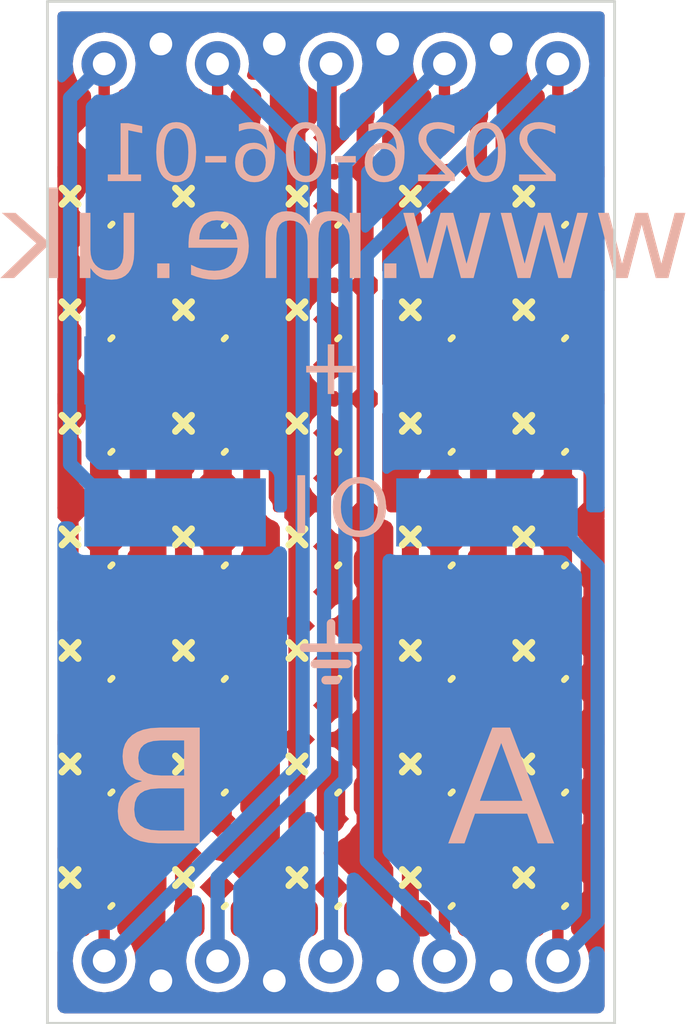
<source format=kicad_pcb>
(kicad_pcb (version 20221018) (generator pcbnew)
  (layers (0 "F.Cu" signal) (31 "B.Cu" signal) (34 "B.Paste" user) (35 "F.Paste" user) (36 "B.SilkS" user "B.Silkscreen") (37 "F.SilkS" user "F.Silkscreen") (38 "B.Mask" user) (39 "F.Mask" user) (44 "Edge.Cuts" user))
  (property "NAME1" "Name1")
  (property "NAME2" "Name2")
  (net 0 "")
  (net 1 "VCC")
  (net 2 "GND")
  (net 3 "Net-(D2-O)")
  (net 4 "Net-(D3-O)")
  (net 5 "Net-(D4-O)")
  (net 6 "Net-(D1-O)")
  (net 7 "Net-(D5-O)")
  (net 8 "Net-(D6-O)")
  (net 9 "Net-(D7-O)")
  (net 10 "Net-(D8-O)")
  (net 11 "Net-(D10-I)")
  (net 12 "Net-(D10-O)")
  (net 13 "Net-(D11-O)")
  (net 14 "Net-(D12-O)")
  (net 15 "Net-(D13-O)")
  (net 16 "Net-(D14-O)")
  (net 17 "Net-(D15-O)")
  (net 18 "Net-(D16-O)")
  (net 19 "Net-(D17-O)")
  (net 20 "Net-(D18-O)")
  (net 21 "Net-(D20-O)")
  (net 22 "Net-(D21-O)")
  (net 23 "Net-(D22-O)")
  (net 24 "Net-(D23-O)")
  (net 25 "Net-(D24-O)")
  (net 26 "Net-(D25-O)")
  (net 27 "Net-(D26-O)")
  (net 28 "Net-(D27-O)")
  (net 29 "Net-(D28-O)")
  (net 30 "Net-(D29-O)")
  (net 31 "Net-(D31-O)")
  (net 32 "Net-(D32-O)")
  (net 33 "Net-(D19-O)")
  (net 34 "Net-(D33-O)")
  (net 35 "Net-(D34-O)")
  (net 36 "Net-(D1-I)")
  (net 37 "Net-(D35-O)")
  (net 38 "Net-(D30-O)")
  (footprint "RevK:C_0402" (layer "F.Cu") (at 109 83.85)
    (fp_text reference "C9" hide)
    (fp_text value "330nF" hide)
    (pad "1" smd roundrect (at -0.5 0) (size 0.54 0.64) (layers "F.Cu" "F.Paste" "F.Mask") (net 1 "VCC"))
    (pad "2" smd roundrect (at 0.5 0) (size 0.54 0.64) (layers "F.Cu" "F.Paste" "F.Mask") (net 2 "GND"))
  )
  (footprint "RevK:SMD1010" (layer "F.Cu") (at 105 85 135)
    (fp_text reference "D15" hide)
    (fp_text value "XL-1010RGBC-WS2812B" hide)
    (pad "1" smd rect (at -0.425 -0.425 135) (size 0.45 0.45) (layers "F.Cu" "F.Paste" "F.Mask") (net 17 "Net-(D15-O)"))
    (pad "2" smd roundrect (at 0.425 -0.425 135) (size 0.45 0.45) (layers "F.Cu" "F.Paste" "F.Mask") (roundrect_rratio 0) (chamfer_ratio 0.3) (chamfer top_right) (net 1 "VCC"))
    (pad "3" smd roundrect (at -0.425 0.425 135) (size 0.45 0.45) (layers "F.Cu" "F.Paste" "F.Mask") (roundrect_rratio 0) (chamfer_ratio 0.3) (chamfer bottom_left) (net 2 "GND"))
    (pad "4" smd rect (at 0.425 0.425 135) (size 0.45 0.45) (layers "F.Cu" "F.Paste" "F.Mask") (net 16 "Net-(D14-O)"))
  )
  (footprint "RevK:SMD1010" (layer "F.Cu") (at 105 97 135)
    (fp_text reference "D21" hide)
    (fp_text value "XL-1010RGBC-WS2812B" hide)
    (pad "1" smd rect (at -0.425 -0.425 135) (size 0.45 0.45) (layers "F.Cu" "F.Paste" "F.Mask") (net 22 "Net-(D21-O)"))
    (pad "2" smd roundrect (at 0.425 -0.425 135) (size 0.45 0.45) (layers "F.Cu" "F.Paste" "F.Mask") (roundrect_rratio 0) (chamfer_ratio 0.3) (chamfer top_right) (net 1 "VCC"))
    (pad "3" smd roundrect (at -0.425 0.425 135) (size 0.45 0.45) (layers "F.Cu" "F.Paste" "F.Mask") (roundrect_rratio 0) (chamfer_ratio 0.3) (chamfer bottom_left) (net 2 "GND"))
    (pad "4" smd rect (at 0.425 0.425 135) (size 0.45 0.45) (layers "F.Cu" "F.Paste" "F.Mask") (net 21 "Net-(D20-O)"))
  )
  (footprint "RevK:C_0402" (layer "F.Cu") (at 109 98.15)
    (fp_text reference "C10" hide)
    (fp_text value "330nF" hide)
    (pad "1" smd roundrect (at -0.5 0) (size 0.54 0.64) (layers "F.Cu" "F.Paste" "F.Mask") (net 1 "VCC"))
    (pad "2" smd roundrect (at 0.5 0) (size 0.54 0.64) (layers "F.Cu" "F.Paste" "F.Mask") (net 2 "GND"))
  )
  (footprint "RevK:SMD1010" (layer "F.Cu") (at 107 91 135)
    (fp_text reference "D25" hide)
    (fp_text value "XL-1010RGBC-WS2812B" hide)
    (pad "1" smd rect (at -0.425 -0.425 135) (size 0.45 0.45) (layers "F.Cu" "F.Paste" "F.Mask") (net 26 "Net-(D25-O)"))
    (pad "2" smd roundrect (at 0.425 -0.425 135) (size 0.45 0.45) (layers "F.Cu" "F.Paste" "F.Mask") (roundrect_rratio 0) (chamfer_ratio 0.3) (chamfer top_right) (net 1 "VCC"))
    (pad "3" smd roundrect (at -0.425 0.425 135) (size 0.45 0.45) (layers "F.Cu" "F.Paste" "F.Mask") (roundrect_rratio 0) (chamfer_ratio 0.3) (chamfer bottom_left) (net 2 "GND"))
    (pad "4" smd rect (at 0.425 0.425 135) (size 0.45 0.45) (layers "F.Cu" "F.Paste" "F.Mask") (net 25 "Net-(D24-O)"))
  )
  (footprint "RevK:SMD1010" (layer "F.Cu") (at 101 89 135)
    (fp_text reference "D3" hide)
    (fp_text value "XL-1010RGBC-WS2812B" hide)
    (pad "1" smd rect (at -0.425 -0.425 135) (size 0.45 0.45) (layers "F.Cu" "F.Paste" "F.Mask") (net 4 "Net-(D3-O)"))
    (pad "2" smd roundrect (at 0.425 -0.425 135) (size 0.45 0.45) (layers "F.Cu" "F.Paste" "F.Mask") (roundrect_rratio 0) (chamfer_ratio 0.3) (chamfer top_right) (net 1 "VCC"))
    (pad "3" smd roundrect (at -0.425 0.425 135) (size 0.45 0.45) (layers "F.Cu" "F.Paste" "F.Mask") (roundrect_rratio 0) (chamfer_ratio 0.3) (chamfer bottom_left) (net 2 "GND"))
    (pad "4" smd rect (at 0.425 0.425 135) (size 0.45 0.45) (layers "F.Cu" "F.Paste" "F.Mask") (net 3 "Net-(D2-O)"))
  )
  (footprint "RevK:C_0402" (layer "F.Cu") (at 103 83.85)
    (fp_text reference "C3" hide)
    (fp_text value "330nF" hide)
    (pad "1" smd roundrect (at -0.5 0) (size 0.54 0.64) (layers "F.Cu" "F.Paste" "F.Mask") (net 1 "VCC"))
    (pad "2" smd roundrect (at 0.5 0) (size 0.54 0.64) (layers "F.Cu" "F.Paste" "F.Mask") (net 2 "GND"))
  )
  (footprint "RevK:SMD1010" (layer "F.Cu") (at 103 89 135)
    (fp_text reference "D10" hide)
    (fp_text value "XL-1010RGBC-WS2812B" hide)
    (pad "1" smd rect (at -0.425 -0.425 135) (size 0.45 0.45) (layers "F.Cu" "F.Paste" "F.Mask") (net 12 "Net-(D10-O)"))
    (pad "2" smd roundrect (at 0.425 -0.425 135) (size 0.45 0.45) (layers "F.Cu" "F.Paste" "F.Mask") (roundrect_rratio 0) (chamfer_ratio 0.3) (chamfer top_right) (net 1 "VCC"))
    (pad "3" smd roundrect (at -0.425 0.425 135) (size 0.45 0.45) (layers "F.Cu" "F.Paste" "F.Mask") (roundrect_rratio 0) (chamfer_ratio 0.3) (chamfer bottom_left) (net 2 "GND"))
    (pad "4" smd rect (at 0.425 0.425 135) (size 0.45 0.45) (layers "F.Cu" "F.Paste" "F.Mask") (net 11 "Net-(D10-I)"))
  )
  (footprint "RevK:SMD1010" (layer "F.Cu") (at 105 91 135)
    (fp_text reference "D18" hide)
    (fp_text value "XL-1010RGBC-WS2812B" hide)
    (pad "1" smd rect (at -0.425 -0.425 135) (size 0.45 0.45) (layers "F.Cu" "F.Paste" "F.Mask") (net 20 "Net-(D18-O)"))
    (pad "2" smd roundrect (at 0.425 -0.425 135) (size 0.45 0.45) (layers "F.Cu" "F.Paste" "F.Mask") (roundrect_rratio 0) (chamfer_ratio 0.3) (chamfer top_right) (net 1 "VCC"))
    (pad "3" smd roundrect (at -0.425 0.425 135) (size 0.45 0.45) (layers "F.Cu" "F.Paste" "F.Mask") (roundrect_rratio 0) (chamfer_ratio 0.3) (chamfer bottom_left) (net 2 "GND"))
    (pad "4" smd rect (at 0.425 0.425 135) (size 0.45 0.45) (layers "F.Cu" "F.Paste" "F.Mask") (net 19 "Net-(D17-O)"))
  )
  (footprint "RevK:SMD1010" (layer "F.Cu") (at 103 93 135)
    (fp_text reference "D12" hide)
    (fp_text value "XL-1010RGBC-WS2812B" hide)
    (pad "1" smd rect (at -0.425 -0.425 135) (size 0.45 0.45) (layers "F.Cu" "F.Paste" "F.Mask") (net 14 "Net-(D12-O)"))
    (pad "2" smd roundrect (at 0.425 -0.425 135) (size 0.45 0.45) (layers "F.Cu" "F.Paste" "F.Mask") (roundrect_rratio 0) (chamfer_ratio 0.3) (chamfer top_right) (net 1 "VCC"))
    (pad "3" smd roundrect (at -0.425 0.425 135) (size 0.45 0.45) (layers "F.Cu" "F.Paste" "F.Mask") (roundrect_rratio 0) (chamfer_ratio 0.3) (chamfer bottom_left) (net 2 "GND"))
    (pad "4" smd rect (at 0.425 0.425 135) (size 0.45 0.45) (layers "F.Cu" "F.Paste" "F.Mask") (net 13 "Net-(D11-O)"))
  )
  (footprint "RevK:SMD1010" (layer "F.Cu") (at 107 95 135)
    (fp_text reference "D27" hide)
    (fp_text value "XL-1010RGBC-WS2812B" hide)
    (pad "1" smd rect (at -0.425 -0.425 135) (size 0.45 0.45) (layers "F.Cu" "F.Paste" "F.Mask") (net 28 "Net-(D27-O)"))
    (pad "2" smd roundrect (at 0.425 -0.425 135) (size 0.45 0.45) (layers "F.Cu" "F.Paste" "F.Mask") (roundrect_rratio 0) (chamfer_ratio 0.3) (chamfer top_right) (net 1 "VCC"))
    (pad "3" smd roundrect (at -0.425 0.425 135) (size 0.45 0.45) (layers "F.Cu" "F.Paste" "F.Mask") (roundrect_rratio 0) (chamfer_ratio 0.3) (chamfer bottom_left) (net 2 "GND"))
    (pad "4" smd rect (at 0.425 0.425 135) (size 0.45 0.45) (layers "F.Cu" "F.Paste" "F.Mask") (net 27 "Net-(D26-O)"))
  )
  (footprint "RevK:SMD1010" (layer "F.Cu") (at 105 89 135)
    (fp_text reference "D17" hide)
    (fp_text value "XL-1010RGBC-WS2812B" hide)
    (pad "1" smd rect (at -0.425 -0.425 135) (size 0.45 0.45) (layers "F.Cu" "F.Paste" "F.Mask") (net 19 "Net-(D17-O)"))
    (pad "2" smd roundrect (at 0.425 -0.425 135) (size 0.45 0.45) (layers "F.Cu" "F.Paste" "F.Mask") (roundrect_rratio 0) (chamfer_ratio 0.3) (chamfer top_right) (net 1 "VCC"))
    (pad "3" smd roundrect (at -0.425 0.425 135) (size 0.45 0.45) (layers "F.Cu" "F.Paste" "F.Mask") (roundrect_rratio 0) (chamfer_ratio 0.3) (chamfer bottom_left) (net 2 "GND"))
    (pad "4" smd rect (at 0.425 0.425 135) (size 0.45 0.45) (layers "F.Cu" "F.Paste" "F.Mask") (net 18 "Net-(D16-O)"))
  )
  (footprint "RevK:SMD1010" (layer "F.Cu") (at 105 93 135)
    (fp_text reference "D19" hide)
    (fp_text value "XL-1010RGBC-WS2812B" hide)
    (pad "1" smd rect (at -0.425 -0.425 135) (size 0.45 0.45) (layers "F.Cu" "F.Paste" "F.Mask") (net 33 "Net-(D19-O)"))
    (pad "2" smd roundrect (at 0.425 -0.425 135) (size 0.45 0.45) (layers "F.Cu" "F.Paste" "F.Mask") (roundrect_rratio 0) (chamfer_ratio 0.3) (chamfer top_right) (net 1 "VCC"))
    (pad "3" smd roundrect (at -0.425 0.425 135) (size 0.45 0.45) (layers "F.Cu" "F.Paste" "F.Mask") (roundrect_rratio 0) (chamfer_ratio 0.3) (chamfer bottom_left) (net 2 "GND"))
    (pad "4" smd rect (at 0.425 0.425 135) (size 0.45 0.45) (layers "F.Cu" "F.Paste" "F.Mask") (net 20 "Net-(D18-O)"))
  )
  (footprint "RevK:SMD1010" (layer "F.Cu") (at 103 87 135)
    (fp_text reference "D9" hide)
    (fp_text value "XL-1010RGBC-WS2812B" hide)
    (pad "1" smd rect (at -0.425 -0.425 135) (size 0.45 0.45) (layers "F.Cu" "F.Paste" "F.Mask") (net 11 "Net-(D10-I)"))
    (pad "2" smd roundrect (at 0.425 -0.425 135) (size 0.45 0.45) (layers "F.Cu" "F.Paste" "F.Mask") (roundrect_rratio 0) (chamfer_ratio 0.3) (chamfer top_right) (net 1 "VCC"))
    (pad "3" smd roundrect (at -0.425 0.425 135) (size 0.45 0.45) (layers "F.Cu" "F.Paste" "F.Mask") (roundrect_rratio 0) (chamfer_ratio 0.3) (chamfer bottom_left) (net 2 "GND"))
    (pad "4" smd rect (at 0.425 0.425 135) (size 0.45 0.45) (layers "F.Cu" "F.Paste" "F.Mask") (net 10 "Net-(D8-O)"))
  )
  (footprint "RevK:SMD1010" (layer "F.Cu") (at 107 93 135)
    (fp_text reference "D26" hide)
    (fp_text value "XL-1010RGBC-WS2812B" hide)
    (pad "1" smd rect (at -0.425 -0.425 135) (size 0.45 0.45) (layers "F.Cu" "F.Paste" "F.Mask") (net 27 "Net-(D26-O)"))
    (pad "2" smd roundrect (at 0.425 -0.425 135) (size 0.45 0.45) (layers "F.Cu" "F.Paste" "F.Mask") (roundrect_rratio 0) (chamfer_ratio 0.3) (chamfer top_right) (net 1 "VCC"))
    (pad "3" smd roundrect (at -0.425 0.425 135) (size 0.45 0.45) (layers "F.Cu" "F.Paste" "F.Mask") (roundrect_rratio 0) (chamfer_ratio 0.3) (chamfer bottom_left) (net 2 "GND"))
    (pad "4" smd rect (at 0.425 0.425 135) (size 0.45 0.45) (layers "F.Cu" "F.Paste" "F.Mask") (net 26 "Net-(D25-O)"))
  )
  (footprint "RevK:SMD1010" (layer "F.Cu") (at 103 95 135)
    (fp_text reference "D13" hide)
    (fp_text value "XL-1010RGBC-WS2812B" hide)
    (pad "1" smd rect (at -0.425 -0.425 135) (size 0.45 0.45) (layers "F.Cu" "F.Paste" "F.Mask") (net 15 "Net-(D13-O)"))
    (pad "2" smd roundrect (at 0.425 -0.425 135) (size 0.45 0.45) (layers "F.Cu" "F.Paste" "F.Mask") (roundrect_rratio 0) (chamfer_ratio 0.3) (chamfer top_right) (net 1 "VCC"))
    (pad "3" smd roundrect (at -0.425 0.425 135) (size 0.45 0.45) (layers "F.Cu" "F.Paste" "F.Mask") (roundrect_rratio 0) (chamfer_ratio 0.3) (chamfer bottom_left) (net 2 "GND"))
    (pad "4" smd rect (at 0.425 0.425 135) (size 0.45 0.45) (layers "F.Cu" "F.Paste" "F.Mask") (net 14 "Net-(D12-O)"))
  )
  (footprint "RevK:SMD1010" (layer "F.Cu") (at 101 85 135)
    (fp_text reference "D1" hide)
    (fp_text value "XL-1010RGBC-WS2812B" hide)
    (pad "1" smd rect (at -0.425 -0.425 135) (size 0.45 0.45) (layers "F.Cu" "F.Paste" "F.Mask") (net 6 "Net-(D1-O)"))
    (pad "2" smd roundrect (at 0.425 -0.425 135) (size 0.45 0.45) (layers "F.Cu" "F.Paste" "F.Mask") (roundrect_rratio 0) (chamfer_ratio 0.3) (chamfer top_right) (net 1 "VCC"))
    (pad "3" smd roundrect (at -0.425 0.425 135) (size 0.45 0.45) (layers "F.Cu" "F.Paste" "F.Mask") (roundrect_rratio 0) (chamfer_ratio 0.3) (chamfer bottom_left) (net 2 "GND"))
    (pad "4" smd rect (at 0.425 0.425 135) (size 0.45 0.45) (layers "F.Cu" "F.Paste" "F.Mask") (net 36 "Net-(D1-I)"))
  )
  (footprint "RevK:SMD1010" (layer "F.Cu") (at 103 97 135)
    (fp_text reference "D14" hide)
    (fp_text value "XL-1010RGBC-WS2812B" hide)
    (pad "1" smd rect (at -0.425 -0.425 135) (size 0.45 0.45) (layers "F.Cu" "F.Paste" "F.Mask") (net 16 "Net-(D14-O)"))
    (pad "2" smd roundrect (at 0.425 -0.425 135) (size 0.45 0.45) (layers "F.Cu" "F.Paste" "F.Mask") (roundrect_rratio 0) (chamfer_ratio 0.3) (chamfer top_right) (net 1 "VCC"))
    (pad "3" smd roundrect (at -0.425 0.425 135) (size 0.45 0.45) (layers "F.Cu" "F.Paste" "F.Mask") (roundrect_rratio 0) (chamfer_ratio 0.3) (chamfer bottom_left) (net 2 "GND"))
    (pad "4" smd rect (at 0.425 0.425 135) (size 0.45 0.45) (layers "F.Cu" "F.Paste" "F.Mask") (net 15 "Net-(D13-O)"))
  )
  (footprint "RevK:C_0402" (layer "F.Cu") (at 101 83.85)
    (fp_text reference "C1" hide)
    (fp_text value "330nF" hide)
    (pad "1" smd roundrect (at -0.5 0) (size 0.54 0.64) (layers "F.Cu" "F.Paste" "F.Mask") (net 1 "VCC"))
    (pad "2" smd roundrect (at 0.5 0) (size 0.54 0.64) (layers "F.Cu" "F.Paste" "F.Mask") (net 2 "GND"))
  )
  (footprint "RevK:C_0402" (layer "F.Cu") (at 101 98.15)
    (fp_text reference "C2" hide)
    (fp_text value "330nF" hide)
    (pad "1" smd roundrect (at -0.5 0) (size 0.54 0.64) (layers "F.Cu" "F.Paste" "F.Mask") (net 1 "VCC"))
    (pad "2" smd roundrect (at 0.5 0) (size 0.54 0.64) (layers "F.Cu" "F.Paste" "F.Mask") (net 2 "GND"))
  )
  (footprint "RevK:C_0402" (layer "F.Cu") (at 107 83.85)
    (fp_text reference "C7" hide)
    (fp_text value "330nF" hide)
    (pad "1" smd roundrect (at -0.5 0) (size 0.54 0.64) (layers "F.Cu" "F.Paste" "F.Mask") (net 1 "VCC"))
    (pad "2" smd roundrect (at 0.5 0) (size 0.54 0.64) (layers "F.Cu" "F.Paste" "F.Mask") (net 2 "GND"))
  )
  (footprint "RevK:SMD1010" (layer "F.Cu") (at 101 95 135)
    (fp_text reference "D6" hide)
    (fp_text value "XL-1010RGBC-WS2812B" hide)
    (pad "1" smd rect (at -0.425 -0.425 135) (size 0.45 0.45) (layers "F.Cu" "F.Paste" "F.Mask") (net 8 "Net-(D6-O)"))
    (pad "2" smd roundrect (at 0.425 -0.425 135) (size 0.45 0.45) (layers "F.Cu" "F.Paste" "F.Mask") (roundrect_rratio 0) (chamfer_ratio 0.3) (chamfer top_right) (net 1 "VCC"))
    (pad "3" smd roundrect (at -0.425 0.425 135) (size 0.45 0.45) (layers "F.Cu" "F.Paste" "F.Mask") (roundrect_rratio 0) (chamfer_ratio 0.3) (chamfer bottom_left) (net 2 "GND"))
    (pad "4" smd rect (at 0.425 0.425 135) (size 0.45 0.45) (layers "F.Cu" "F.Paste" "F.Mask") (net 7 "Net-(D5-O)"))
  )
  (footprint "RevK:SMD1010" (layer "F.Cu") (at 105 95 135)
    (fp_text reference "D20" hide)
    (fp_text value "XL-1010RGBC-WS2812B" hide)
    (pad "1" smd rect (at -0.425 -0.425 135) (size 0.45 0.45) (layers "F.Cu" "F.Paste" "F.Mask") (net 21 "Net-(D20-O)"))
    (pad "2" smd roundrect (at 0.425 -0.425 135) (size 0.45 0.45) (layers "F.Cu" "F.Paste" "F.Mask") (roundrect_rratio 0) (chamfer_ratio 0.3) (chamfer top_right) (net 1 "VCC"))
    (pad "3" smd roundrect (at -0.425 0.425 135) (size 0.45 0.45) (layers "F.Cu" "F.Paste" "F.Mask") (roundrect_rratio 0) (chamfer_ratio 0.3) (chamfer bottom_left) (net 2 "GND"))
    (pad "4" smd rect (at 0.425 0.425 135) (size 0.45 0.45) (layers "F.Cu" "F.Paste" "F.Mask") (net 33 "Net-(D19-O)"))
  )
  (footprint "RevK:SMD1010" (layer "F.Cu") (at 107 85 135)
    (fp_text reference "D22" hide)
    (fp_text value "XL-1010RGBC-WS2812B" hide)
    (pad "1" smd rect (at -0.425 -0.425 135) (size 0.45 0.45) (layers "F.Cu" "F.Paste" "F.Mask") (net 23 "Net-(D22-O)"))
    (pad "2" smd roundrect (at 0.425 -0.425 135) (size 0.45 0.45) (layers "F.Cu" "F.Paste" "F.Mask") (roundrect_rratio 0) (chamfer_ratio 0.3) (chamfer top_right) (net 1 "VCC"))
    (pad "3" smd roundrect (at -0.425 0.425 135) (size 0.45 0.45) (layers "F.Cu" "F.Paste" "F.Mask") (roundrect_rratio 0) (chamfer_ratio 0.3) (chamfer bottom_left) (net 2 "GND"))
    (pad "4" smd rect (at 0.425 0.425 135) (size 0.45 0.45) (layers "F.Cu" "F.Paste" "F.Mask") (net 22 "Net-(D21-O)"))
  )
  (footprint "RevK:SMD1010" (layer "F.Cu") (at 107 89 135)
    (fp_text reference "D24" hide)
    (fp_text value "XL-1010RGBC-WS2812B" hide)
    (pad "1" smd rect (at -0.425 -0.425 135) (size 0.45 0.45) (layers "F.Cu" "F.Paste" "F.Mask") (net 25 "Net-(D24-O)"))
    (pad "2" smd roundrect (at 0.425 -0.425 135) (size 0.45 0.45) (layers "F.Cu" "F.Paste" "F.Mask") (roundrect_rratio 0) (chamfer_ratio 0.3) (chamfer top_right) (net 1 "VCC"))
    (pad "3" smd roundrect (at -0.425 0.425 135) (size 0.45 0.45) (layers "F.Cu" "F.Paste" "F.Mask") (roundrect_rratio 0) (chamfer_ratio 0.3) (chamfer bottom_left) (net 2 "GND"))
    (pad "4" smd rect (at 0.425 0.425 135) (size 0.45 0.45) (layers "F.Cu" "F.Paste" "F.Mask") (net 24 "Net-(D23-O)"))
  )
  (footprint "RevK:SMD1010" (layer "F.Cu") (at 109 93 135)
    (fp_text reference "D33" hide)
    (fp_text value "XL-1010RGBC-WS2812B" hide)
    (pad "1" smd rect (at -0.425 -0.425 135) (size 0.45 0.45) (layers "F.Cu" "F.Paste" "F.Mask") (net 34 "Net-(D33-O)"))
    (pad "2" smd roundrect (at 0.425 -0.425 135) (size 0.45 0.45) (layers "F.Cu" "F.Paste" "F.Mask") (roundrect_rratio 0) (chamfer_ratio 0.3) (chamfer top_right) (net 1 "VCC"))
    (pad "3" smd roundrect (at -0.425 0.425 135) (size 0.45 0.45) (layers "F.Cu" "F.Paste" "F.Mask") (roundrect_rratio 0) (chamfer_ratio 0.3) (chamfer bottom_left) (net 2 "GND"))
    (pad "4" smd rect (at 0.425 0.425 135) (size 0.45 0.45) (layers "F.Cu" "F.Paste" "F.Mask") (net 32 "Net-(D32-O)"))
  )
  (footprint "RevK:C_0402" (layer "F.Cu") (at 107 98.15)
    (fp_text reference "C8" hide)
    (fp_text value "330nF" hide)
    (pad "1" smd roundrect (at -0.5 0) (size 0.54 0.64) (layers "F.Cu" "F.Paste" "F.Mask") (net 1 "VCC"))
    (pad "2" smd roundrect (at 0.5 0) (size 0.54 0.64) (layers "F.Cu" "F.Paste" "F.Mask") (net 2 "GND"))
  )
  (footprint "RevK:SMD1010" (layer "F.Cu") (at 109 85 135)
    (fp_text reference "D29" hide)
    (fp_text value "XL-1010RGBC-WS2812B" hide)
    (pad "1" smd rect (at -0.425 -0.425 135) (size 0.45 0.45) (layers "F.Cu" "F.Paste" "F.Mask") (net 30 "Net-(D29-O)"))
    (pad "2" smd roundrect (at 0.425 -0.425 135) (size 0.45 0.45) (layers "F.Cu" "F.Paste" "F.Mask") (roundrect_rratio 0) (chamfer_ratio 0.3) (chamfer top_right) (net 1 "VCC"))
    (pad "3" smd roundrect (at -0.425 0.425 135) (size 0.45 0.45) (layers "F.Cu" "F.Paste" "F.Mask") (roundrect_rratio 0) (chamfer_ratio 0.3) (chamfer bottom_left) (net 2 "GND"))
    (pad "4" smd rect (at 0.425 0.425 135) (size 0.45 0.45) (layers "F.Cu" "F.Paste" "F.Mask") (net 29 "Net-(D28-O)"))
  )
  (footprint "RevK:SMD1010" (layer "F.Cu") (at 101 91 135)
    (fp_text reference "D4" hide)
    (fp_text value "XL-1010RGBC-WS2812B" hide)
    (pad "1" smd rect (at -0.425 -0.425 135) (size 0.45 0.45) (layers "F.Cu" "F.Paste" "F.Mask") (net 5 "Net-(D4-O)"))
    (pad "2" smd roundrect (at 0.425 -0.425 135) (size 0.45 0.45) (layers "F.Cu" "F.Paste" "F.Mask") (roundrect_rratio 0) (chamfer_ratio 0.3) (chamfer top_right) (net 1 "VCC"))
    (pad "3" smd roundrect (at -0.425 0.425 135) (size 0.45 0.45) (layers "F.Cu" "F.Paste" "F.Mask") (roundrect_rratio 0) (chamfer_ratio 0.3) (chamfer bottom_left) (net 2 "GND"))
    (pad "4" smd rect (at 0.425 0.425 135) (size 0.45 0.45) (layers "F.Cu" "F.Paste" "F.Mask") (net 4 "Net-(D3-O)"))
  )
  (footprint "RevK:C_0402" (layer "F.Cu") (at 103 98.15)
    (fp_text reference "C4" hide)
    (fp_text value "330nF" hide)
    (pad "1" smd roundrect (at -0.5 0) (size 0.54 0.64) (layers "F.Cu" "F.Paste" "F.Mask") (net 1 "VCC"))
    (pad "2" smd roundrect (at 0.5 0) (size 0.54 0.64) (layers "F.Cu" "F.Paste" "F.Mask") (net 2 "GND"))
  )
  (footprint "RevK:SMD1010" (layer "F.Cu") (at 107 87 135)
    (fp_text reference "D23" hide)
    (fp_text value "XL-1010RGBC-WS2812B" hide)
    (pad "1" smd rect (at -0.425 -0.425 135) (size 0.45 0.45) (layers "F.Cu" "F.Paste" "F.Mask") (net 24 "Net-(D23-O)"))
    (pad "2" smd roundrect (at 0.425 -0.425 135) (size 0.45 0.45) (layers "F.Cu" "F.Paste" "F.Mask") (roundrect_rratio 0) (chamfer_ratio 0.3) (chamfer top_right) (net 1 "VCC"))
    (pad "3" smd roundrect (at -0.425 0.425 135) (size 0.45 0.45) (layers "F.Cu" "F.Paste" "F.Mask") (roundrect_rratio 0) (chamfer_ratio 0.3) (chamfer bottom_left) (net 2 "GND"))
    (pad "4" smd rect (at 0.425 0.425 135) (size 0.45 0.45) (layers "F.Cu" "F.Paste" "F.Mask") (net 23 "Net-(D22-O)"))
  )
  (footprint "RevK:SMD1010" (layer "F.Cu") (at 103 91 135)
    (fp_text reference "D11" hide)
    (fp_text value "XL-1010RGBC-WS2812B" hide)
    (pad "1" smd rect (at -0.425 -0.425 135) (size 0.45 0.45) (layers "F.Cu" "F.Paste" "F.Mask") (net 13 "Net-(D11-O)"))
    (pad "2" smd roundrect (at 0.425 -0.425 135) (size 0.45 0.45) (layers "F.Cu" "F.Paste" "F.Mask") (roundrect_rratio 0) (chamfer_ratio 0.3) (chamfer top_right) (net 1 "VCC"))
    (pad "3" smd roundrect (at -0.425 0.425 135) (size 0.45 0.45) (layers "F.Cu" "F.Paste" "F.Mask") (roundrect_rratio 0) (chamfer_ratio 0.3) (chamfer bottom_left) (net 2 "GND"))
    (pad "4" smd rect (at 0.425 0.425 135) (size 0.45 0.45) (layers "F.Cu" "F.Paste" "F.Mask") (net 12 "Net-(D10-O)"))
  )
  (footprint "RevK:C_0402" (layer "F.Cu") (at 105 98.15)
    (fp_text reference "C6" hide)
    (fp_text value "330nF" hide)
    (pad "1" smd roundrect (at -0.5 0) (size 0.54 0.64) (layers "F.Cu" "F.Paste" "F.Mask") (net 1 "VCC"))
    (pad "2" smd roundrect (at 0.5 0) (size 0.54 0.64) (layers "F.Cu" "F.Paste" "F.Mask") (net 2 "GND"))
  )
  (footprint "RevK:SMD1010" (layer "F.Cu") (at 109 87 135)
    (fp_text reference "D30" hide)
    (fp_text value "XL-1010RGBC-WS2812B" hide)
    (pad "1" smd rect (at -0.425 -0.425 135) (size 0.45 0.45) (layers "F.Cu" "F.Paste" "F.Mask") (net 38 "Net-(D30-O)"))
    (pad "2" smd roundrect (at 0.425 -0.425 135) (size 0.45 0.45) (layers "F.Cu" "F.Paste" "F.Mask") (roundrect_rratio 0) (chamfer_ratio 0.3) (chamfer top_right) (net 1 "VCC"))
    (pad "3" smd roundrect (at -0.425 0.425 135) (size 0.45 0.45) (layers "F.Cu" "F.Paste" "F.Mask") (roundrect_rratio 0) (chamfer_ratio 0.3) (chamfer bottom_left) (net 2 "GND"))
    (pad "4" smd rect (at 0.425 0.425 135) (size 0.45 0.45) (layers "F.Cu" "F.Paste" "F.Mask") (net 30 "Net-(D29-O)"))
  )
  (footprint "RevK:SMD1010" (layer "F.Cu") (at 101 93 135)
    (fp_text reference "D5" hide)
    (fp_text value "XL-1010RGBC-WS2812B" hide)
    (pad "1" smd rect (at -0.425 -0.425 135) (size 0.45 0.45) (layers "F.Cu" "F.Paste" "F.Mask") (net 7 "Net-(D5-O)"))
    (pad "2" smd roundrect (at 0.425 -0.425 135) (size 0.45 0.45) (layers "F.Cu" "F.Paste" "F.Mask") (roundrect_rratio 0) (chamfer_ratio 0.3) (chamfer top_right) (net 1 "VCC"))
    (pad "3" smd roundrect (at -0.425 0.425 135) (size 0.45 0.45) (layers "F.Cu" "F.Paste" "F.Mask") (roundrect_rratio 0) (chamfer_ratio 0.3) (chamfer bottom_left) (net 2 "GND"))
    (pad "4" smd rect (at 0.425 0.425 135) (size 0.45 0.45) (layers "F.Cu" "F.Paste" "F.Mask") (net 5 "Net-(D4-O)"))
  )
  (footprint "RevK:SMD1010" (layer "F.Cu") (at 109 91 135)
    (fp_text reference "D32" hide)
    (fp_text value "XL-1010RGBC-WS2812B" hide)
    (pad "1" smd rect (at -0.425 -0.425 135) (size 0.45 0.45) (layers "F.Cu" "F.Paste" "F.Mask") (net 32 "Net-(D32-O)"))
    (pad "2" smd roundrect (at 0.425 -0.425 135) (size 0.45 0.45) (layers "F.Cu" "F.Paste" "F.Mask") (roundrect_rratio 0) (chamfer_ratio 0.3) (chamfer top_right) (net 1 "VCC"))
    (pad "3" smd roundrect (at -0.425 0.425 135) (size 0.45 0.45) (layers "F.Cu" "F.Paste" "F.Mask") (roundrect_rratio 0) (chamfer_ratio 0.3) (chamfer bottom_left) (net 2 "GND"))
    (pad "4" smd rect (at 0.425 0.425 135) (size 0.45 0.45) (layers "F.Cu" "F.Paste" "F.Mask") (net 31 "Net-(D31-O)"))
  )
  (footprint "RevK:SMD1010" (layer "F.Cu") (at 109 95 135)
    (fp_text reference "D34" hide)
    (fp_text value "XL-1010RGBC-WS2812B" hide)
    (pad "1" smd rect (at -0.425 -0.425 135) (size 0.45 0.45) (layers "F.Cu" "F.Paste" "F.Mask") (net 35 "Net-(D34-O)"))
    (pad "2" smd roundrect (at 0.425 -0.425 135) (size 0.45 0.45) (layers "F.Cu" "F.Paste" "F.Mask") (roundrect_rratio 0) (chamfer_ratio 0.3) (chamfer top_right) (net 1 "VCC"))
    (pad "3" smd roundrect (at -0.425 0.425 135) (size 0.45 0.45) (layers "F.Cu" "F.Paste" "F.Mask") (roundrect_rratio 0) (chamfer_ratio 0.3) (chamfer bottom_left) (net 2 "GND"))
    (pad "4" smd rect (at 0.425 0.425 135) (size 0.45 0.45) (layers "F.Cu" "F.Paste" "F.Mask") (net 34 "Net-(D33-O)"))
  )
  (footprint "RevK:SMD1010" (layer "F.Cu") (at 101 87 135)
    (fp_text reference "D2" hide)
    (fp_text value "XL-1010RGBC-WS2812B" hide)
    (pad "1" smd rect (at -0.425 -0.425 135) (size 0.45 0.45) (layers "F.Cu" "F.Paste" "F.Mask") (net 3 "Net-(D2-O)"))
    (pad "2" smd roundrect (at 0.425 -0.425 135) (size 0.45 0.45) (layers "F.Cu" "F.Paste" "F.Mask") (roundrect_rratio 0) (chamfer_ratio 0.3) (chamfer top_right) (net 1 "VCC"))
    (pad "3" smd roundrect (at -0.425 0.425 135) (size 0.45 0.45) (layers "F.Cu" "F.Paste" "F.Mask") (roundrect_rratio 0) (chamfer_ratio 0.3) (chamfer bottom_left) (net 2 "GND"))
    (pad "4" smd rect (at 0.425 0.425 135) (size 0.45 0.45) (layers "F.Cu" "F.Paste" "F.Mask") (net 6 "Net-(D1-O)"))
  )
  (footprint "RevK:SMD1010" (layer "F.Cu") (at 107 97 135)
    (fp_text reference "D28" hide)
    (fp_text value "XL-1010RGBC-WS2812B" hide)
    (pad "1" smd rect (at -0.425 -0.425 135) (size 0.45 0.45) (layers "F.Cu" "F.Paste" "F.Mask") (net 29 "Net-(D28-O)"))
    (pad "2" smd roundrect (at 0.425 -0.425 135) (size 0.45 0.45) (layers "F.Cu" "F.Paste" "F.Mask") (roundrect_rratio 0) (chamfer_ratio 0.3) (chamfer top_right) (net 1 "VCC"))
    (pad "3" smd roundrect (at -0.425 0.425 135) (size 0.45 0.45) (layers "F.Cu" "F.Paste" "F.Mask") (roundrect_rratio 0) (chamfer_ratio 0.3) (chamfer bottom_left) (net 2 "GND"))
    (pad "4" smd rect (at 0.425 0.425 135) (size 0.45 0.45) (layers "F.Cu" "F.Paste" "F.Mask") (net 28 "Net-(D27-O)"))
  )
  (footprint "RevK:C_0402" (layer "F.Cu") (at 105 83.85)
    (fp_text reference "C5" hide)
    (fp_text value "330nF" hide)
    (pad "1" smd roundrect (at -0.5 0) (size 0.54 0.64) (layers "F.Cu" "F.Paste" "F.Mask") (net 1 "VCC"))
    (pad "2" smd roundrect (at 0.5 0) (size 0.54 0.64) (layers "F.Cu" "F.Paste" "F.Mask") (net 2 "GND"))
  )
  (footprint "RevK:SMD1010" (layer "F.Cu") (at 109 97 135)
    (fp_text reference "D35" hide)
    (fp_text value "XL-1010RGBC-WS2812B" hide)
    (pad "1" smd rect (at -0.425 -0.425 135) (size 0.45 0.45) (layers "F.Cu" "F.Paste" "F.Mask") (net 37 "Net-(D35-O)"))
    (pad "2" smd roundrect (at 0.425 -0.425 135) (size 0.45 0.45) (layers "F.Cu" "F.Paste" "F.Mask") (roundrect_rratio 0) (chamfer_ratio 0.3) (chamfer top_right) (net 1 "VCC"))
    (pad "3" smd roundrect (at -0.425 0.425 135) (size 0.45 0.45) (layers "F.Cu" "F.Paste" "F.Mask") (roundrect_rratio 0) (chamfer_ratio 0.3) (chamfer bottom_left) (net 2 "GND"))
    (pad "4" smd rect (at 0.425 0.425 135) (size 0.45 0.45) (layers "F.Cu" "F.Paste" "F.Mask") (net 35 "Net-(D34-O)"))
  )
  (footprint "RevK:SMD1010" (layer "F.Cu") (at 103 85 135)
    (fp_text reference "D8" hide)
    (fp_text value "XL-1010RGBC-WS2812B" hide)
    (pad "1" smd rect (at -0.425 -0.425 135) (size 0.45 0.45) (layers "F.Cu" "F.Paste" "F.Mask") (net 10 "Net-(D8-O)"))
    (pad "2" smd roundrect (at 0.425 -0.425 135) (size 0.45 0.45) (layers "F.Cu" "F.Paste" "F.Mask") (roundrect_rratio 0) (chamfer_ratio 0.3) (chamfer top_right) (net 1 "VCC"))
    (pad "3" smd roundrect (at -0.425 0.425 135) (size 0.45 0.45) (layers "F.Cu" "F.Paste" "F.Mask") (roundrect_rratio 0) (chamfer_ratio 0.3) (chamfer bottom_left) (net 2 "GND"))
    (pad "4" smd rect (at 0.425 0.425 135) (size 0.45 0.45) (layers "F.Cu" "F.Paste" "F.Mask") (net 9 "Net-(D7-O)"))
  )
  (footprint "RevK:SMD1010" (layer "F.Cu") (at 109 89 135)
    (fp_text reference "D31" hide)
    (fp_text value "XL-1010RGBC-WS2812B" hide)
    (pad "1" smd rect (at -0.425 -0.425 135) (size 0.45 0.45) (layers "F.Cu" "F.Paste" "F.Mask") (net 31 "Net-(D31-O)"))
    (pad "2" smd roundrect (at 0.425 -0.425 135) (size 0.45 0.45) (layers "F.Cu" "F.Paste" "F.Mask") (roundrect_rratio 0) (chamfer_ratio 0.3) (chamfer top_right) (net 1 "VCC"))
    (pad "3" smd roundrect (at -0.425 0.425 135) (size 0.45 0.45) (layers "F.Cu" "F.Paste" "F.Mask") (roundrect_rratio 0) (chamfer_ratio 0.3) (chamfer bottom_left) (net 2 "GND"))
    (pad "4" smd rect (at 0.425 0.425 135) (size 0.45 0.45) (layers "F.Cu" "F.Paste" "F.Mask") (net 38 "Net-(D30-O)"))
  )
  (footprint "RevK:SMD1010" (layer "F.Cu") (at 101 97 135)
    (fp_text reference "D7" hide)
    (fp_text value "XL-1010RGBC-WS2812B" hide)
    (pad "1" smd rect (at -0.425 -0.425 135) (size 0.45 0.45) (layers "F.Cu" "F.Paste" "F.Mask") (net 9 "Net-(D7-O)"))
    (pad "2" smd roundrect (at 0.425 -0.425 135) (size 0.45 0.45) (layers "F.Cu" "F.Paste" "F.Mask") (roundrect_rratio 0) (chamfer_ratio 0.3) (chamfer top_right) (net 1 "VCC"))
    (pad "3" smd roundrect (at -0.425 0.425 135) (size 0.45 0.45) (layers "F.Cu" "F.Paste" "F.Mask") (roundrect_rratio 0) (chamfer_ratio 0.3) (chamfer bottom_left) (net 2 "GND"))
    (pad "4" smd rect (at 0.425 0.425 135) (size 0.45 0.45) (layers "F.Cu" "F.Paste" "F.Mask") (net 8 "Net-(D6-O)"))
  )
  (footprint "RevK:SMD1010" (layer "F.Cu") (at 105 87 135)
    (fp_text reference "D16" hide)
    (fp_text value "XL-1010RGBC-WS2812B" hide)
    (pad "1" smd rect (at -0.425 -0.425 135) (size 0.45 0.45) (layers "F.Cu" "F.Paste" "F.Mask") (net 18 "Net-(D16-O)"))
    (pad "2" smd roundrect (at 0.425 -0.425 135) (size 0.45 0.45) (layers "F.Cu" "F.Paste" "F.Mask") (roundrect_rratio 0) (chamfer_ratio 0.3) (chamfer top_right) (net 1 "VCC"))
    (pad "3" smd roundrect (at -0.425 0.425 135) (size 0.45 0.45) (layers "F.Cu" "F.Paste" "F.Mask") (roundrect_rratio 0) (chamfer_ratio 0.3) (chamfer bottom_left) (net 2 "GND"))
    (pad "4" smd rect (at 0.425 0.425 135) (size 0.45 0.45) (layers "F.Cu" "F.Paste" "F.Mask") (net 17 "Net-(D15-O)"))
  )
  (footprint "RevK:3-PADS" (layer "B.Cu") (at 107.75 91 -90)
    (fp_text reference "J2" hide)
    (fp_text value "Conn_01x03")
    (pad "1" smd rect (at 2.5 0 270) (size 1.2 3.2) (layers "B.Cu" "B.Paste" "B.Mask") (net 2 "GND"))
    (pad "2" smd rect (at 0 0 270) (size 1.2 3.2) (layers "B.Cu" "B.Paste" "B.Mask") (net 37 "Net-(D35-O)"))
    (pad "3" smd rect (at -2.5 0 270) (size 1.2 3.2) (layers "B.Cu" "B.Paste" "B.Mask") (net 1 "VCC"))
  )
  (footprint "RevK:3-PADS" (layer "B.Cu") (at 102.25 91 -90)
    (fp_text reference "J1" hide)
    (fp_text value "Conn_01x03")
    (pad "1" smd rect (at 2.5 0 270) (size 1.2 3.2) (layers "B.Cu" "B.Paste" "B.Mask") (net 2 "GND"))
    (pad "2" smd rect (at 0 0 270) (size 1.2 3.2) (layers "B.Cu" "B.Paste" "B.Mask") (net 36 "Net-(D1-I)"))
    (pad "3" smd rect (at -2.5 0 270) (size 1.2 3.2) (layers "B.Cu" "B.Paste" "B.Mask") (net 1 "VCC"))
  )
  (gr_line (start 110 100) (end 100 100) (stroke (width 0.05)) (layer "Edge.Cuts"))
  (gr_line (start 100 100) (end 100 82) (stroke (width 0.05)) (layer "Edge.Cuts"))
  (gr_line (start 110 82) (end 110 100) (stroke (width 0.05)) (layer "Edge.Cuts"))
  (gr_line (start 100 82) (end 110 82) (stroke (width 0.05)) (layer "Edge.Cuts"))
  (gr_text "O" (at 105.5 91) (layer "B.SilkS") (effects (font (size 1 1)) (justify mirror)))
  (gr_text "I" (at 104.475 90.95) (layer "B.SilkS") (effects (font (size 1 1)) (justify mirror)))
  (gr_text "A" (at 108 96) (layer "B.SilkS") (effects (font (size 2 2)) (justify mirror)))
  (gr_text "⏚" (at 105 93.5) (layer "B.SilkS") (effects (font (size 1 1)) (justify mirror)))
  (gr_text "B" (at 102 96) (layer "B.SilkS") (effects (font (size 2 2)) (justify mirror)))
  (gr_text "www.me.uk" (at 105.25 86.25) (layer "B.SilkS") (effects (font (size 1.5 1.5)) (justify mirror)))
  (gr_text "+" (at 105 88.5) (layer "B.SilkS") (effects (font (size 1 1)) (justify mirror)))
  (gr_text "${CURRENT_DATE}" (at 105 84.75) (layer "B.SilkS") (effects (font (size 1 1)) (justify mirror)))
  (segment (start 106.398959 85) (end 106.398959 87) (width 0.3) (layer "F.Cu") (net 1))
  (segment (start 108.398959 89) (end 108.398959 91) (width 0.3) (layer "F.Cu") (net 1))
  (segment (start 108.398959 85) (end 108.398959 87) (width 0.3) (layer "F.Cu") (net 1))
  (segment (start 104.398959 83.85) (end 104.398959 85) (width 0.3) (layer "F.Cu") (net 1))
  (segment (start 108.398959 91) (end 108.398959 93) (width 0.3) (layer "F.Cu") (net 1))
  (segment (start 108.398959 87) (end 108.398959 89) (width 0.3) (layer "F.Cu") (net 1))
  (segment (start 108.398959 83.85) (end 108.398959 85) (width 0.3) (layer "F.Cu") (net 1))
  (segment (start 104.398959 97) (end 104.398959 98.15) (width 0.3) (layer "F.Cu") (net 1))
  (segment (start 100.398959 93) (end 100.398959 95) (width 0.3) (layer "F.Cu") (net 1))
  (segment (start 106.398959 83.85) (end 106.398959 85) (width 0.3) (layer "F.Cu") (net 1))
  (segment (start 100.398959 91) (end 100.398959 93) (width 0.3) (layer "F.Cu") (net 1))
  (segment (start 106.398959 95) (end 106.398959 97) (width 0.3) (layer "F.Cu") (net 1))
  (segment (start 102.398959 91) (end 102.398959 93) (width 0.3) (layer "F.Cu") (net 1))
  (segment (start 102.398959 97) (end 102.398959 98.15) (width 0.3) (layer "F.Cu") (net 1))
  (segment (start 108.398959 93) (end 108.398959 95) (width 0.3) (layer "F.Cu") (net 1))
  (segment (start 106.398959 87) (end 106.398959 89) (width 0.3) (layer "F.Cu") (net 1))
  (segment (start 100.398959 89) (end 100.398959 91) (width 0.3) (layer "F.Cu") (net 1))
  (segment (start 104.398959 89) (end 104.398959 91) (width 0.3) (layer "F.Cu") (net 1))
  (segment (start 106.398959 97) (end 106.398959 98.15) (width 0.3) (layer "F.Cu") (net 1))
  (segment (start 102.398959 85) (end 102.398959 87) (width 0.3) (layer "F.Cu") (net 1))
  (segment (start 104.398959 91) (end 104.398959 93) (width 0.3) (layer "F.Cu") (net 1))
  (segment (start 104.398959 93) (end 104.398959 95) (width 0.3) (layer "F.Cu") (net 1))
  (segment (start 100.398959 83.85) (end 100.398959 85) (width 0.3) (layer "F.Cu") (net 1))
  (segment (start 104.398959 95) (end 104.398959 97) (width 0.3) (layer "F.Cu") (net 1))
  (segment (start 100.398959 85) (end 100.398959 87) (width 0.3) (layer "F.Cu") (net 1))
  (segment (start 106.398959 93) (end 106.398959 95) (width 0.3) (layer "F.Cu") (net 1))
  (segment (start 100.398959 97) (end 100.398959 98.15) (width 0.3) (layer "F.Cu") (net 1))
  (segment (start 106.398959 91) (end 106.398959 93) (width 0.3) (layer "F.Cu") (net 1))
  (segment (start 100.398959 95) (end 100.398959 97) (width 0.3) (layer "F.Cu") (net 1))
  (segment (start 108.398959 97) (end 108.398959 98.15) (width 0.3) (layer "F.Cu") (net 1))
  (segment (start 102.398959 95) (end 102.398959 97) (width 0.3) (layer "F.Cu") (net 1))
  (segment (start 104.398959 85) (end 104.398959 87) (width 0.3) (layer "F.Cu") (net 1))
  (segment (start 102.398959 89) (end 102.398959 91) (width 0.3) (layer "F.Cu") (net 1))
  (segment (start 104.398959 87) (end 104.398959 89) (width 0.3) (layer "F.Cu") (net 1))
  (segment (start 100.398959 87) (end 100.398959 89) (width 0.3) (layer "F.Cu") (net 1))
  (segment (start 102.398959 87) (end 102.398959 89) (width 0.3) (layer "F.Cu") (net 1))
  (segment (start 102.398959 93) (end 102.398959 95) (width 0.3) (layer "F.Cu") (net 1))
  (segment (start 106.398959 89) (end 106.398959 91) (width 0.3) (layer "F.Cu") (net 1))
  (segment (start 102.398959 83.85) (end 102.398959 85) (width 0.3) (layer "F.Cu") (net 1))
  (segment (start 108.398959 95) (end 108.398959 97) (width 0.3) (layer "F.Cu") (net 1))
  (via (at 102 82.75) (size 0.8) (drill 0.4) (layers "F.Cu" "B.Cu") (net 1))
  (via (at 106 82.75) (size 0.8) (drill 0.4) (layers "F.Cu" "B.Cu") (net 1))
  (via (at 104 82.75) (size 0.8) (drill 0.4) (layers "F.Cu" "B.Cu") (net 1))
  (via (at 108 82.75) (size 0.8) (drill 0.4) (layers "F.Cu" "B.Cu") (net 1))
  (segment (start 105.601041 87) (end 105.601041 89) (width 0.3) (layer "F.Cu") (net 2))
  (segment (start 105.601041 97) (end 105.601041 98.15) (width 0.3) (layer "F.Cu") (net 2))
  (segment (start 103.601041 87) (end 103.601041 89) (width 0.3) (layer "F.Cu") (net 2))
  (segment (start 103.601041 83.85) (end 103.601041 85) (width 0.3) (layer "F.Cu") (net 2))
  (segment (start 107.601041 95) (end 107.601041 97) (width 0.3) (layer "F.Cu") (net 2))
  (segment (start 105.601041 89) (end 105.601041 91) (width 0.3) (layer "F.Cu") (net 2))
  (segment (start 103.601041 95) (end 103.601041 97) (width 0.3) (layer "F.Cu") (net 2))
  (segment (start 101.601041 97) (end 101.601041 98.15) (width 0.3) (layer "F.Cu") (net 2))
  (segment (start 109.601041 95) (end 109.601041 97) (width 0.3) (layer "F.Cu") (net 2))
  (segment (start 109.601041 91) (end 109.601041 93) (width 0.3) (layer "F.Cu") (net 2))
  (segment (start 105.601041 85) (end 105.601041 87) (width 0.3) (layer "F.Cu") (net 2))
  (segment (start 101.601041 91) (end 101.601041 93) (width 0.3) (layer "F.Cu") (net 2))
  (segment (start 101.601041 89) (end 101.601041 91) (width 0.3) (layer "F.Cu") (net 2))
  (segment (start 109.601041 85) (end 109.601041 87) (width 0.3) (layer "F.Cu") (net 2))
  (segment (start 107.601041 83.85) (end 107.601041 85) (width 0.3) (layer "F.Cu") (net 2))
  (segment (start 107.601041 91) (end 107.601041 93) (width 0.3) (layer "F.Cu") (net 2))
  (segment (start 105.601041 93) (end 105.601041 95) (width 0.3) (layer "F.Cu") (net 2))
  (segment (start 107.601041 93) (end 107.601041 95) (width 0.3) (layer "F.Cu") (net 2))
  (segment (start 103.601041 97) (end 103.601041 98.15) (width 0.3) (layer "F.Cu") (net 2))
  (segment (start 105.601041 95) (end 105.601041 97) (width 0.3) (layer "F.Cu") (net 2))
  (segment (start 103.601041 85) (end 103.601041 87) (width 0.3) (layer "F.Cu") (net 2))
  (segment (start 107.601041 85) (end 107.601041 87) (width 0.3) (layer "F.Cu") (net 2))
  (segment (start 109.601041 87) (end 109.601041 89) (width 0.3) (layer "F.Cu") (net 2))
  (segment (start 101.601041 87) (end 101.601041 89) (width 0.3) (layer "F.Cu") (net 2))
  (segment (start 109.601041 89) (end 109.601041 91) (width 0.3) (layer "F.Cu") (net 2))
  (segment (start 109.601041 93) (end 109.601041 95) (width 0.3) (layer "F.Cu") (net 2))
  (segment (start 103.601041 93) (end 103.601041 95) (width 0.3) (layer "F.Cu") (net 2))
  (segment (start 109.601041 97) (end 109.601041 98.15) (width 0.3) (layer "F.Cu") (net 2))
  (segment (start 101.601041 85) (end 101.601041 87) (width 0.3) (layer "F.Cu") (net 2))
  (segment (start 101.601041 83.85) (end 101.601041 85) (width 0.3) (layer "F.Cu") (net 2))
  (segment (start 105.601041 83.85) (end 105.601041 85) (width 0.3) (layer "F.Cu") (net 2))
  (segment (start 101.601041 93) (end 101.601041 95) (width 0.3) (layer "F.Cu") (net 2))
  (segment (start 107.601041 97) (end 107.601041 98.15) (width 0.3) (layer "F.Cu") (net 2))
  (segment (start 101.601041 95) (end 101.601041 97) (width 0.3) (layer "F.Cu") (net 2))
  (segment (start 103.601041 89) (end 103.601041 91) (width 0.3) (layer "F.Cu") (net 2))
  (segment (start 105.601041 91) (end 105.601041 93) (width 0.3) (layer "F.Cu") (net 2))
  (segment (start 109.601041 83.85) (end 109.601041 85) (width 0.3) (layer "F.Cu") (net 2))
  (segment (start 107.601041 89) (end 107.601041 91) (width 0.3) (layer "F.Cu") (net 2))
  (segment (start 103.601041 91) (end 103.601041 93) (width 0.3) (layer "F.Cu") (net 2))
  (segment (start 107.601041 87) (end 107.601041 89) (width 0.3) (layer "F.Cu") (net 2))
  (via (at 104 99.25) (size 0.8) (drill 0.4) (layers "F.Cu" "B.Cu") (net 2))
  (via (at 108 99.25) (size 0.8) (drill 0.4) (layers "F.Cu" "B.Cu") (net 2))
  (via (at 106 99.25) (size 0.8) (drill 0.4) (layers "F.Cu" "B.Cu") (net 2))
  (via (at 102 99.25) (size 0.8) (drill 0.4) (layers "F.Cu" "B.Cu") (net 2))
  (segment (start 101 87.601041) (end 101 88.398959) (width 0.5) (layer "F.Cu") (net 3))
  (segment (start 101 89.601041) (end 101 90.398959) (width 0.5) (layer "F.Cu") (net 4))
  (segment (start 101 91.601041) (end 101 92.398959) (width 0.5) (layer "F.Cu") (net 5))
  (segment (start 101 85.601041) (end 101 86.398959) (width 0.5) (layer "F.Cu") (net 6))
  (segment (start 101 93.601041) (end 101 94.398959) (width 0.5) (layer "F.Cu") (net 7))
  (segment (start 101 95.601041) (end 101 96.398959) (width 0.5) (layer "F.Cu") (net 8))
  (segment (start 103 83.1) (end 103 84.398959) (width 0.2) (layer "F.Cu") (net 9))
  (segment (start 101 97.601041) (end 101 98.9) (width 0.2) (layer "F.Cu") (net 9))
  (via (at 103 83.1) (size 0.8) (drill 0.4) (layers "F.Cu" "B.Cu") (net 9))
  (via (at 101 98.9) (size 0.8) (drill 0.4) (layers "F.Cu" "B.Cu") (net 9))
  (segment (start 101 98.9) (end 104.5 95.4) (width 0.25) (layer "B.Cu") (net 9))
  (segment (start 104.5 84.6) (end 103 83.1) (width 0.25) (layer "B.Cu") (net 9))
  (segment (start 104.5 95.4) (end 104.5 84.6) (width 0.25) (layer "B.Cu") (net 9))
  (segment (start 103 85.601041) (end 103 86.398959) (width 0.5) (layer "F.Cu") (net 10))
  (segment (start 103 87.601041) (end 103 88.398959) (width 0.5) (layer "F.Cu") (net 11))
  (segment (start 103 89.601041) (end 103 90.398959) (width 0.5) (layer "F.Cu") (net 12))
  (segment (start 103 91.601041) (end 103 92.398959) (width 0.5) (layer "F.Cu") (net 13))
  (segment (start 103 93.601041) (end 103 94.398959) (width 0.5) (layer "F.Cu") (net 14))
  (segment (start 103 95.601041) (end 103 96.398959) (width 0.5) (layer "F.Cu") (net 15))
  (segment (start 103 97.601041) (end 103 98.9) (width 0.2) (layer "F.Cu") (net 16))
  (segment (start 105 83.1) (end 105 84.398959) (width 0.2) (layer "F.Cu") (net 16))
  (via (at 105 83.1) (size 0.8) (drill 0.4) (layers "F.Cu" "B.Cu") (net 16))
  (via (at 103 98.9) (size 0.8) (drill 0.4) (layers "F.Cu" "B.Cu") (net 16))
  (segment (start 103 97.433159) (end 103 98.9) (width 0.25) (layer "B.Cu") (net 16))
  (segment (start 104.877 83.223) (end 104.877 95.556159) (width 0.25) (layer "B.Cu") (net 16))
  (segment (start 105 83.1) (end 104.877 83.223) (width 0.25) (layer "B.Cu") (net 16))
  (segment (start 104.877 95.556159) (end 103 97.433159) (width 0.25) (layer "B.Cu") (net 16))
  (segment (start 105 85.601041) (end 105 86.398959) (width 0.5) (layer "F.Cu") (net 17))
  (segment (start 105 87.601041) (end 105 88.398959) (width 0.5) (layer "F.Cu") (net 18))
  (segment (start 105 89.601041) (end 105 90.398959) (width 0.5) (layer "F.Cu") (net 19))
  (segment (start 105 91.601041) (end 105 92.398959) (width 0.5) (layer "F.Cu") (net 20))
  (segment (start 105 95.601041) (end 105 96.398959) (width 0.5) (layer "F.Cu") (net 21))
  (segment (start 105 97.601041) (end 105 98.9) (width 0.2) (layer "F.Cu") (net 22))
  (segment (start 107 83.1) (end 107 84.398959) (width 0.2) (layer "F.Cu") (net 22))
  (via (at 107 83.1) (size 0.8) (drill 0.4) (layers "F.Cu" "B.Cu") (net 22))
  (via (at 105 98.9) (size 0.8) (drill 0.4) (layers "F.Cu" "B.Cu") (net 22))
  (segment (start 105.254 84.846) (end 105.254 95.712318) (width 0.25) (layer "B.Cu") (net 22))
  (segment (start 105.254 95.712318) (end 105 95.966318) (width 0.25) (layer "B.Cu") (net 22))
  (segment (start 107 83.1) (end 105.254 84.846) (width 0.25) (layer "B.Cu") (net 22))
  (segment (start 105 95.966318) (end 105 98.9) (width 0.25) (layer "B.Cu") (net 22))
  (segment (start 107 85.601041) (end 107 86.398959) (width 0.5) (layer "F.Cu") (net 23))
  (segment (start 107 87.601041) (end 107 88.398959) (width 0.5) (layer "F.Cu") (net 24))
  (segment (start 107 89.601041) (end 107 90.398959) (width 0.5) (layer "F.Cu") (net 25))
  (segment (start 107 91.601041) (end 107 92.398959) (width 0.5) (layer "F.Cu") (net 26))
  (segment (start 107 93.601041) (end 107 94.398959) (width 0.5) (layer "F.Cu") (net 27))
  (segment (start 107 95.601041) (end 107 96.398959) (width 0.5) (layer "F.Cu") (net 28))
  (segment (start 109 83.1) (end 109 84.398959) (width 0.2) (layer "F.Cu") (net 29))
  (segment (start 107 97.601041) (end 107 98.9) (width 0.2) (layer "F.Cu") (net 29))
  (via (at 109 83.1) (size 0.8) (drill 0.4) (layers "F.Cu" "B.Cu") (net 29))
  (via (at 107 98.9) (size 0.8) (drill 0.4) (layers "F.Cu" "B.Cu") (net 29))
  (segment (start 105.631 86.469) (end 105.631 97.131) (width 0.25) (layer "B.Cu") (net 29))
  (segment (start 107 98.5) (end 107 98.9) (width 0.25) (layer "B.Cu") (net 29))
  (segment (start 105.631 97.131) (end 107 98.5) (width 0.25) (layer "B.Cu") (net 29))
  (segment (start 109 83.1) (end 105.631 86.469) (width 0.25) (layer "B.Cu") (net 29))
  (segment (start 109 85.601041) (end 109 86.398959) (width 0.5) (layer "F.Cu") (net 30))
  (segment (start 109 89.601041) (end 109 90.398959) (width 0.5) (layer "F.Cu") (net 31))
  (segment (start 109 91.601041) (end 109 92.398959) (width 0.5) (layer "F.Cu") (net 32))
  (segment (start 105 93.601041) (end 105 94.398959) (width 0.5) (layer "F.Cu") (net 33))
  (segment (start 109 93.601041) (end 109 94.398959) (width 0.5) (layer "F.Cu") (net 34))
  (segment (start 109 95.601041) (end 109 96.398959) (width 0.5) (layer "F.Cu") (net 35))
  (segment (start 101 83.1) (end 101 84.398959) (width 0.2) (layer "F.Cu") (net 36))
  (via (at 101 83.1) (size 0.8) (drill 0.4) (layers "F.Cu" "B.Cu") (net 36))
  (segment (start 100.398 90.148) (end 100.398 83.702) (width 0.25) (layer "B.Cu") (net 36))
  (segment (start 101.25 91) (end 100.398 90.148) (width 0.25) (layer "B.Cu") (net 36))
  (segment (start 100.398 83.702) (end 101 83.1) (width 0.25) (layer "B.Cu") (net 36))
  (segment (start 102.25 91) (end 101.25 91) (width 0.25) (layer "B.Cu") (net 36))
  (segment (start 109 97.601041) (end 109 98.9) (width 0.2) (layer "F.Cu") (net 37))
  (via (at 109 98.9) (size 0.8) (drill 0.4) (layers "F.Cu" "B.Cu") (net 37))
  (segment (start 107.75 91) (end 108.75 91) (width 0.25) (layer "B.Cu") (net 37))
  (segment (start 109.7 91.95) (end 109.7 98.2) (width 0.25) (layer "B.Cu") (net 37))
  (segment (start 108.75 91) (end 109.7 91.95) (width 0.25) (layer "B.Cu") (net 37))
  (segment (start 109.7 98.2) (end 109 98.9) (width 0.25) (layer "B.Cu") (net 37))
  (segment (start 109 87.601041) (end 109 88.398959) (width 0.5) (layer "F.Cu") (net 38))
  (zone (net 2) (net_name "GND") (layers "F&B.Cu") (connect_pads yes (clearance 0.15)) (min_thickness 0.25) (fill yes (thermal_gap 0.5) (thermal_bridge_width 0.5))
    (polygon (pts (xy 100 91) (xy 110 91) (xy 110 100) (xy 100 100)))
  )
  (zone (net 1) (net_name "VCC") (layers "F&B.Cu") (priority 3) (connect_pads yes (clearance 0.15)) (min_thickness 0.15) (fill yes (thermal_gap 0.5) (thermal_bridge_width 0.5))
    (polygon (pts (xy 100 91) (xy 100 82) (xy 110 82) (xy 110 91)))
  )
)
</source>
